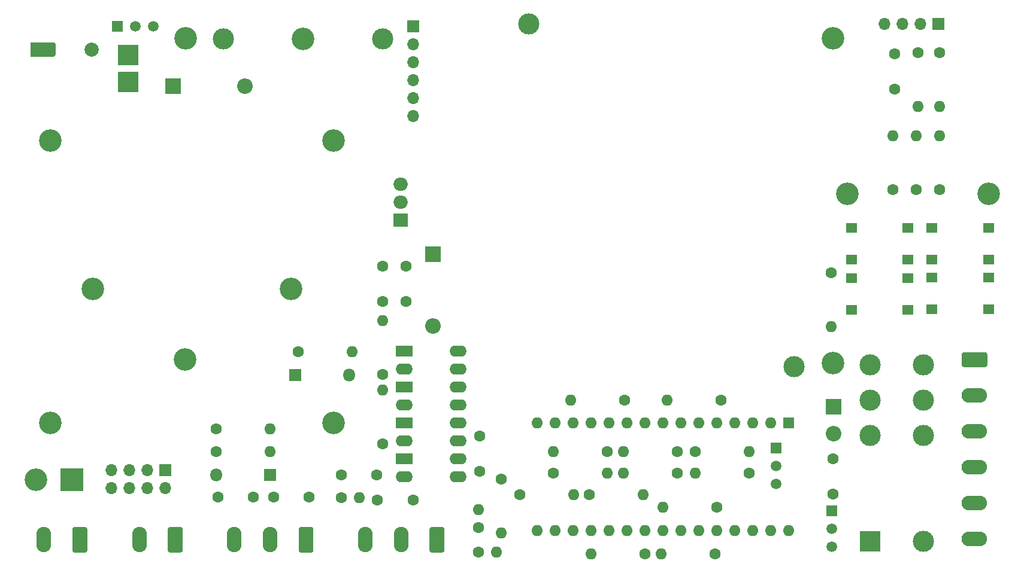
<source format=gbr>
%TF.GenerationSoftware,KiCad,Pcbnew,(5.1.12)-1*%
%TF.CreationDate,2022-08-04T11:45:50+02:00*%
%TF.ProjectId,portail_moteur_continu,706f7274-6169-46c5-9f6d-6f746575725f,1.1*%
%TF.SameCoordinates,Original*%
%TF.FileFunction,Soldermask,Top*%
%TF.FilePolarity,Negative*%
%FSLAX46Y46*%
G04 Gerber Fmt 4.6, Leading zero omitted, Abs format (unit mm)*
G04 Created by KiCad (PCBNEW (5.1.12)-1) date 2022-08-04 11:45:50*
%MOMM*%
%LPD*%
G01*
G04 APERTURE LIST*
%ADD10C,1.600000*%
%ADD11O,1.700000X1.700000*%
%ADD12R,1.700000X1.700000*%
%ADD13O,2.080000X3.600000*%
%ADD14O,1.600000X1.600000*%
%ADD15O,2.200000X2.200000*%
%ADD16R,2.200000X2.200000*%
%ADD17O,3.200000X3.200000*%
%ADD18R,3.200000X3.200000*%
%ADD19C,3.200000*%
%ADD20R,1.500000X1.500000*%
%ADD21C,1.500000*%
%ADD22C,3.000000*%
%ADD23C,2.000000*%
%ADD24R,2.000000X2.000000*%
%ADD25O,2.400000X1.600000*%
%ADD26R,2.400000X1.600000*%
%ADD27O,2.000000X1.905000*%
%ADD28R,2.000000X1.905000*%
%ADD29R,3.000000X3.000000*%
%ADD30O,3.600000X2.080000*%
%ADD31O,1.800000X1.800000*%
%ADD32R,1.800000X1.800000*%
%ADD33R,1.600000X1.400000*%
%ADD34R,1.600000X1.600000*%
G04 APERTURE END LIST*
D10*
%TO.C,C9*%
X129402000Y-120977000D03*
X134402000Y-120977000D03*
%TD*%
D11*
%TO.C,J11*%
X106462000Y-119707000D03*
X106462000Y-117167000D03*
X109002000Y-119707000D03*
X109002000Y-117167000D03*
X111542000Y-119707000D03*
X111542000Y-117167000D03*
X114082000Y-119707000D03*
D12*
X114082000Y-117167000D03*
%TD*%
D13*
%TO.C,J2*%
X123840000Y-127000000D03*
X128920000Y-127000000D03*
G36*
G01*
X135040000Y-125449997D02*
X135040000Y-128550003D01*
G75*
G02*
X134790003Y-128800000I-249997J0D01*
G01*
X133209997Y-128800000D01*
G75*
G02*
X132960000Y-128550003I0J249997D01*
G01*
X132960000Y-125449997D01*
G75*
G02*
X133209997Y-125200000I249997J0D01*
G01*
X134790003Y-125200000D01*
G75*
G02*
X135040000Y-125449997I0J-249997D01*
G01*
G37*
%TD*%
D14*
%TO.C,R27*%
X128941000Y-114500000D03*
D10*
X121321000Y-114500000D03*
%TD*%
D15*
%TO.C,D2*%
X125385000Y-62811000D03*
D16*
X115225000Y-62811000D03*
%TD*%
D14*
%TO.C,R13*%
X160945000Y-128724000D03*
D10*
X158405000Y-128724000D03*
%TD*%
D17*
%TO.C,D1*%
X95768600Y-118513200D03*
D18*
X100848600Y-118513200D03*
%TD*%
D19*
%TO.C,FID14*%
X131873000Y-91484000D03*
%TD*%
%TO.C,FID13*%
X137873000Y-110484000D03*
%TD*%
%TO.C,FID12*%
X137873000Y-70484000D03*
%TD*%
%TO.C,FID11*%
X103873000Y-91484000D03*
%TD*%
%TO.C,FID10*%
X97873000Y-110484000D03*
%TD*%
%TO.C,FID9*%
X97873000Y-70484000D03*
%TD*%
%TO.C,FID6*%
X210500000Y-78000000D03*
%TD*%
%TO.C,FID5*%
X230500000Y-78000000D03*
%TD*%
%TO.C,FID4*%
X208500000Y-102000000D03*
%TD*%
%TO.C,FID3*%
X208500000Y-56000000D03*
%TD*%
%TO.C,FID2*%
X116873000Y-101484000D03*
%TD*%
%TO.C,FID1*%
X117000000Y-56000000D03*
%TD*%
D20*
%TO.C,Q1*%
X200442000Y-113992000D03*
D21*
X200442000Y-119072000D03*
X200442000Y-116532000D03*
%TD*%
D14*
%TO.C,R7*%
X196632000Y-114500000D03*
D10*
X189012000Y-114500000D03*
%TD*%
D14*
%TO.C,R6*%
X184186000Y-128978000D03*
D10*
X191806000Y-128978000D03*
%TD*%
D14*
%TO.C,R5*%
X174280000Y-128978000D03*
D10*
X181900000Y-128978000D03*
%TD*%
D19*
%TO.C,F1*%
X133566000Y-56080000D03*
D22*
X122316000Y-56080000D03*
X144816000Y-56080000D03*
%TD*%
D20*
%TO.C,Q3*%
X107351000Y-54302000D03*
D21*
X112431000Y-54302000D03*
X109891000Y-54302000D03*
%TD*%
D11*
%TO.C,J6*%
X149134000Y-67002000D03*
X149134000Y-64462000D03*
X149134000Y-61922000D03*
X149134000Y-59382000D03*
X149134000Y-56842000D03*
D12*
X149134000Y-54302000D03*
%TD*%
%TO.C,J10*%
G36*
G01*
X96572000Y-58354000D02*
X96572000Y-56854000D01*
G75*
G02*
X96822000Y-56604000I250000J0D01*
G01*
X98322000Y-56604000D01*
G75*
G02*
X98572000Y-56854000I0J-250000D01*
G01*
X98572000Y-58354000D01*
G75*
G02*
X98322000Y-58604000I-250000J0D01*
G01*
X96822000Y-58604000D01*
G75*
G02*
X96572000Y-58354000I0J250000D01*
G01*
G37*
%TD*%
D23*
%TO.C,BZ1*%
X103648000Y-57604000D03*
D24*
X96048000Y-57604000D03*
%TD*%
D10*
%TO.C,C5*%
X121528000Y-120977000D03*
X126528000Y-120977000D03*
%TD*%
%TO.C,C3*%
X144098000Y-121412000D03*
X149098000Y-121412000D03*
%TD*%
D14*
%TO.C,R15*%
X158369000Y-122755000D03*
D10*
X158369000Y-125295000D03*
%TD*%
%TO.C,C4*%
X143938000Y-117856000D03*
X138938000Y-117856000D03*
%TD*%
D14*
%TO.C,R9*%
X141478000Y-121000000D03*
D10*
X138938000Y-121000000D03*
%TD*%
D15*
%TO.C,D3*%
X208534000Y-112014000D03*
D16*
X208534000Y-108204000D03*
%TD*%
D25*
%TO.C,U5*%
X155448000Y-100330000D03*
X147828000Y-102870000D03*
X155448000Y-102870000D03*
D26*
X147828000Y-100330000D03*
%TD*%
D25*
%TO.C,U4*%
X155448000Y-105410000D03*
X147828000Y-107950000D03*
X155448000Y-107950000D03*
D26*
X147828000Y-105410000D03*
%TD*%
D25*
%TO.C,U2*%
X155448000Y-110490000D03*
X147828000Y-113030000D03*
X155448000Y-113030000D03*
D26*
X147828000Y-110490000D03*
%TD*%
D25*
%TO.C,U1*%
X155448000Y-115570000D03*
X147828000Y-118110000D03*
X155448000Y-118110000D03*
D26*
X147828000Y-115570000D03*
%TD*%
D27*
%TO.C,U3*%
X147320000Y-76654000D03*
X147320000Y-79194000D03*
D28*
X147320000Y-81734000D03*
%TD*%
D14*
%TO.C,R31*%
X181620000Y-120650000D03*
D10*
X174000000Y-120650000D03*
%TD*%
D14*
%TO.C,R30*%
X161544000Y-126057000D03*
D10*
X161544000Y-118437000D03*
%TD*%
D14*
%TO.C,R29*%
X176530000Y-117602000D03*
D10*
X168910000Y-117602000D03*
%TD*%
D14*
%TO.C,R23*%
X171380000Y-107261000D03*
D10*
X179000000Y-107261000D03*
%TD*%
D14*
%TO.C,R22*%
X168910000Y-114500000D03*
D10*
X176530000Y-114500000D03*
%TD*%
D14*
%TO.C,R21*%
X178880000Y-117602000D03*
D10*
X186500000Y-117602000D03*
%TD*%
D14*
%TO.C,R20*%
X178880000Y-114500000D03*
D10*
X186500000Y-114500000D03*
%TD*%
D14*
%TO.C,R19*%
X185039000Y-107261000D03*
D10*
X192659000Y-107261000D03*
%TD*%
D14*
%TO.C,R17*%
X144780000Y-96012000D03*
D10*
X144780000Y-103632000D03*
%TD*%
D14*
%TO.C,R16*%
X144780000Y-105791000D03*
D10*
X144780000Y-113411000D03*
%TD*%
D14*
%TO.C,R28*%
X171831000Y-120650000D03*
D10*
X164211000Y-120650000D03*
%TD*%
D14*
%TO.C,R11*%
X220472000Y-65628000D03*
D10*
X220472000Y-58008000D03*
%TD*%
D14*
%TO.C,R10*%
X223520000Y-65628000D03*
D10*
X223520000Y-58008000D03*
%TD*%
D14*
%TO.C,R4*%
X208216500Y-96837500D03*
D10*
X208216500Y-89217500D03*
%TD*%
D14*
%TO.C,R3*%
X216916000Y-69834000D03*
D10*
X216916000Y-77454000D03*
%TD*%
D14*
%TO.C,R2*%
X223520000Y-69834000D03*
D10*
X223520000Y-77454000D03*
%TD*%
D14*
%TO.C,R8*%
X128941000Y-111325000D03*
D10*
X121321000Y-111325000D03*
%TD*%
D14*
%TO.C,R14*%
X188976000Y-117602000D03*
D10*
X196596000Y-117602000D03*
%TD*%
D14*
%TO.C,R12*%
X184440000Y-122374000D03*
D10*
X192060000Y-122374000D03*
%TD*%
D14*
%TO.C,R1*%
X220218000Y-69834000D03*
D10*
X220218000Y-77454000D03*
%TD*%
D14*
%TO.C,R25*%
X140498000Y-100403000D03*
D10*
X132878000Y-100403000D03*
%TD*%
D20*
%TO.C,Q2*%
X208280000Y-122936000D03*
D21*
X208280000Y-128016000D03*
X208280000Y-125476000D03*
%TD*%
D22*
%TO.C,K1*%
X213777000Y-102254000D03*
X221277000Y-107254000D03*
X213777000Y-112254000D03*
X221277000Y-112254000D03*
X221277000Y-102254000D03*
X213777000Y-107254000D03*
X221277000Y-127254000D03*
D29*
X213777000Y-127254000D03*
%TD*%
%TO.C,J9*%
X108821000Y-58393500D03*
%TD*%
D13*
%TO.C,J7*%
X110420000Y-127000000D03*
G36*
G01*
X116540000Y-125449997D02*
X116540000Y-128550003D01*
G75*
G02*
X116290003Y-128800000I-249997J0D01*
G01*
X114709997Y-128800000D01*
G75*
G02*
X114460000Y-128550003I0J249997D01*
G01*
X114460000Y-125449997D01*
G75*
G02*
X114709997Y-125200000I249997J0D01*
G01*
X116290003Y-125200000D01*
G75*
G02*
X116540000Y-125449997I0J-249997D01*
G01*
G37*
%TD*%
%TO.C,J5*%
X142340000Y-127000000D03*
X147420000Y-127000000D03*
G36*
G01*
X153540000Y-125449997D02*
X153540000Y-128550003D01*
G75*
G02*
X153290003Y-128800000I-249997J0D01*
G01*
X151709997Y-128800000D01*
G75*
G02*
X151460000Y-128550003I0J249997D01*
G01*
X151460000Y-125449997D01*
G75*
G02*
X151709997Y-125200000I249997J0D01*
G01*
X153290003Y-125200000D01*
G75*
G02*
X153540000Y-125449997I0J-249997D01*
G01*
G37*
%TD*%
D30*
%TO.C,J4*%
X228500000Y-126900000D03*
X228500000Y-121820000D03*
X228500000Y-116740000D03*
X228500000Y-111660000D03*
X228500000Y-106580000D03*
G36*
G01*
X226949997Y-100460000D02*
X230050003Y-100460000D01*
G75*
G02*
X230300000Y-100709997I0J-249997D01*
G01*
X230300000Y-102290003D01*
G75*
G02*
X230050003Y-102540000I-249997J0D01*
G01*
X226949997Y-102540000D01*
G75*
G02*
X226700000Y-102290003I0J249997D01*
G01*
X226700000Y-100709997D01*
G75*
G02*
X226949997Y-100460000I249997J0D01*
G01*
G37*
%TD*%
D11*
%TO.C,J3*%
X215746000Y-54008000D03*
X218286000Y-54008000D03*
X220826000Y-54008000D03*
D12*
X223366000Y-54008000D03*
%TD*%
D13*
%TO.C,J1*%
X96920000Y-127000000D03*
G36*
G01*
X103040000Y-125449600D02*
X103040000Y-128550400D01*
G75*
G02*
X102790400Y-128800000I-249600J0D01*
G01*
X101209600Y-128800000D01*
G75*
G02*
X100960000Y-128550400I0J249600D01*
G01*
X100960000Y-125449600D01*
G75*
G02*
X101209600Y-125200000I249600J0D01*
G01*
X102790400Y-125200000D01*
G75*
G02*
X103040000Y-125449600I0J-249600D01*
G01*
G37*
%TD*%
D29*
%TO.C,J8*%
X108821000Y-62203500D03*
%TD*%
D31*
%TO.C,D6*%
X121321000Y-117802000D03*
D32*
X128941000Y-117802000D03*
%TD*%
D31*
%TO.C,D5*%
X140117000Y-103705000D03*
D32*
X132497000Y-103705000D03*
%TD*%
D15*
%TO.C,D4*%
X151892000Y-96774000D03*
D16*
X151892000Y-86614000D03*
%TD*%
D10*
%TO.C,C1*%
X208500000Y-115500000D03*
X208500000Y-120500000D03*
%TD*%
%TO.C,C7*%
X158496000Y-112348000D03*
X158496000Y-117348000D03*
%TD*%
%TO.C,C2*%
X217170000Y-58230000D03*
X217170000Y-63230000D03*
%TD*%
%TO.C,C8*%
X144780000Y-93265000D03*
X144780000Y-88265000D03*
%TD*%
%TO.C,C6*%
X148082000Y-93265000D03*
X148082000Y-88265000D03*
%TD*%
D33*
%TO.C,BpEch1*%
X211082000Y-87340000D03*
X219082000Y-87340000D03*
X211082000Y-82840000D03*
X219082000Y-82840000D03*
%TD*%
%TO.C,Bp-Ent1*%
X222477000Y-87340000D03*
X230477000Y-87340000D03*
X222477000Y-82840000D03*
X230477000Y-82840000D03*
%TD*%
%TO.C,Bp-1*%
X211082000Y-94452000D03*
X219082000Y-94452000D03*
X211082000Y-89952000D03*
X219082000Y-89952000D03*
%TD*%
%TO.C,Bp+1*%
X222477000Y-94398000D03*
X230477000Y-94398000D03*
X222477000Y-89898000D03*
X230477000Y-89898000D03*
%TD*%
D14*
%TO.C,A1*%
X166624000Y-125676000D03*
X166624000Y-110436000D03*
X202184000Y-125676000D03*
X169164000Y-110436000D03*
X199644000Y-125676000D03*
X171704000Y-110436000D03*
X197104000Y-125676000D03*
X174244000Y-110436000D03*
X194564000Y-125676000D03*
X176784000Y-110436000D03*
X192024000Y-125676000D03*
X179324000Y-110436000D03*
X189484000Y-125676000D03*
X181864000Y-110436000D03*
X186944000Y-125676000D03*
X184404000Y-110436000D03*
X184404000Y-125676000D03*
X186944000Y-110436000D03*
X181864000Y-125676000D03*
X189484000Y-110436000D03*
X179324000Y-125676000D03*
X192024000Y-110436000D03*
X176784000Y-125676000D03*
X194564000Y-110436000D03*
X174244000Y-125676000D03*
X197104000Y-110436000D03*
X171704000Y-125676000D03*
X199644000Y-110436000D03*
X169164000Y-125676000D03*
D34*
X202184000Y-110436000D03*
%TD*%
D22*
%TO.C,FID8*%
X203000000Y-102500000D03*
%TD*%
%TO.C,FID7*%
X165500000Y-54000000D03*
%TD*%
M02*

</source>
